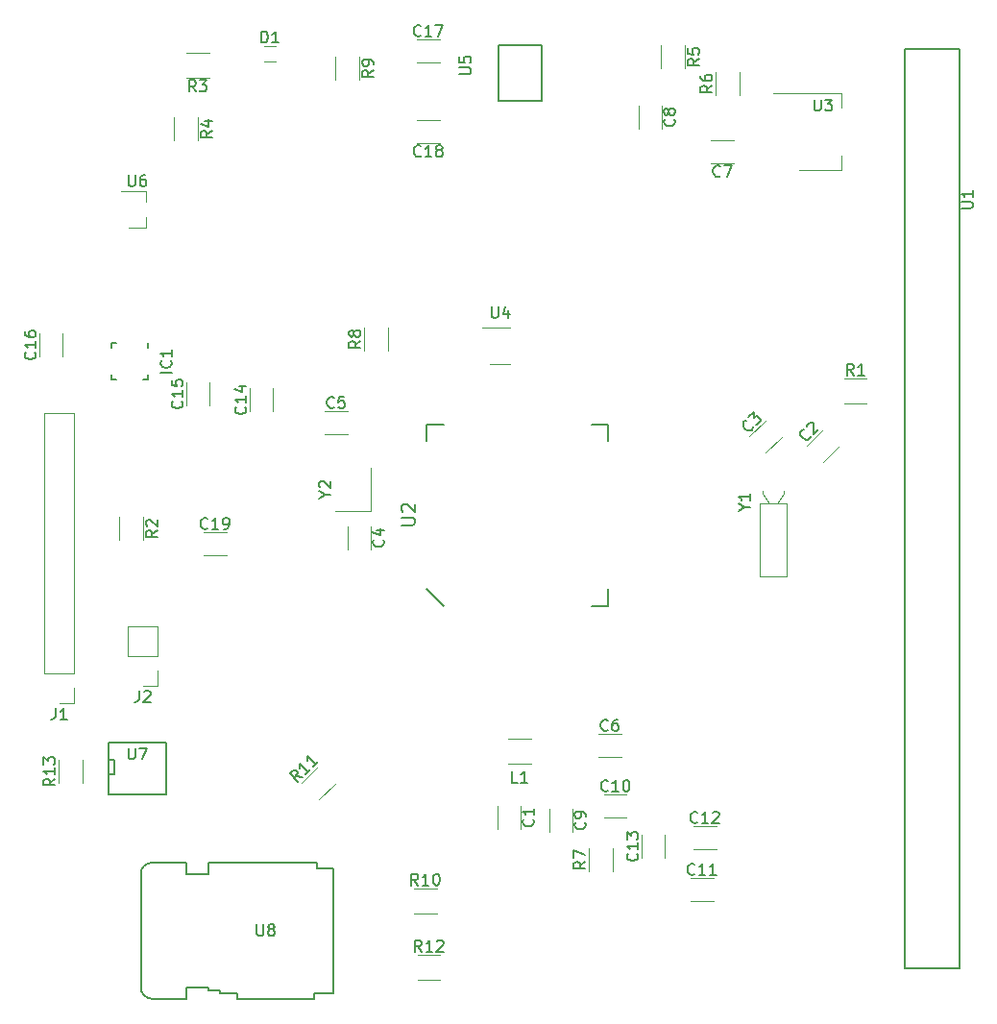
<source format=gto>
G04 #@! TF.GenerationSoftware,KiCad,Pcbnew,(5.1.2)-1*
G04 #@! TF.CreationDate,2019-05-10T01:18:28-03:00*
G04 #@! TF.ProjectId,pcb_v1,7063625f-7631-42e6-9b69-6361645f7063,rev?*
G04 #@! TF.SameCoordinates,Original*
G04 #@! TF.FileFunction,Legend,Top*
G04 #@! TF.FilePolarity,Positive*
%FSLAX46Y46*%
G04 Gerber Fmt 4.6, Leading zero omitted, Abs format (unit mm)*
G04 Created by KiCad (PCBNEW (5.1.2)-1) date 2019-05-10 01:18:28*
%MOMM*%
%LPD*%
G04 APERTURE LIST*
%ADD10C,0.120000*%
%ADD11C,0.150000*%
G04 APERTURE END LIST*
D10*
X81727711Y-118667497D02*
X80313497Y-120081711D01*
X78800289Y-118568503D02*
X80214503Y-117154289D01*
X119130000Y-94002000D02*
X119130000Y-100402000D01*
X119130000Y-100402000D02*
X121530000Y-100402000D01*
X121530000Y-100402000D02*
X121530000Y-94002000D01*
X121530000Y-94002000D02*
X119130000Y-94002000D01*
X119980000Y-94002000D02*
X119380000Y-93102000D01*
X119380000Y-93102000D02*
X119380000Y-92902000D01*
X120680000Y-94002000D02*
X121280000Y-93102000D01*
X121280000Y-93102000D02*
X121280000Y-92902000D01*
X107402000Y-119630000D02*
X105402000Y-119630000D01*
X105402000Y-121670000D02*
X107402000Y-121670000D01*
D11*
X91290000Y-102996000D02*
X89790000Y-101496000D01*
X89790000Y-88496000D02*
X89790000Y-86996000D01*
X89790000Y-86996000D02*
X91290000Y-86996000D01*
X105790000Y-101496000D02*
X105790000Y-102996000D01*
X105790000Y-102996000D02*
X104290000Y-102996000D01*
X105790000Y-88496000D02*
X105790000Y-86996000D01*
X105790000Y-86996000D02*
X104290000Y-86996000D01*
D10*
X62684000Y-97192000D02*
X62684000Y-95192000D01*
X64824000Y-95192000D02*
X64824000Y-97192000D01*
X68576000Y-83328000D02*
X68576000Y-85328000D01*
X70616000Y-85328000D02*
X70616000Y-83328000D01*
D11*
X96139000Y-53557000D02*
X96139000Y-58457000D01*
X96139000Y-53557000D02*
X99949000Y-53557000D01*
X99963000Y-53557000D02*
X99963000Y-58457000D01*
X99949000Y-58457000D02*
X96139000Y-58457000D01*
D10*
X128582000Y-85144000D02*
X126582000Y-85144000D01*
X126582000Y-83004000D02*
X128582000Y-83004000D01*
X98048000Y-122642000D02*
X98048000Y-120642000D01*
X96008000Y-120642000D02*
X96008000Y-122642000D01*
X124699858Y-87471644D02*
X123285644Y-88885858D01*
X124728142Y-90328356D02*
X126142356Y-88914142D01*
X84840000Y-98004000D02*
X84840000Y-96004000D01*
X82800000Y-96004000D02*
X82800000Y-98004000D01*
X82788000Y-85848000D02*
X80788000Y-85848000D01*
X80788000Y-87888000D02*
X82788000Y-87888000D01*
X106918000Y-114296000D02*
X104918000Y-114296000D01*
X104918000Y-116336000D02*
X106918000Y-116336000D01*
X114824000Y-64012000D02*
X116824000Y-64012000D01*
X116824000Y-61972000D02*
X114824000Y-61972000D01*
X110494000Y-60944000D02*
X110494000Y-58944000D01*
X108454000Y-58944000D02*
X108454000Y-60944000D01*
X102620000Y-122920000D02*
X102620000Y-120920000D01*
X100580000Y-120920000D02*
X100580000Y-122920000D01*
X115046000Y-126996000D02*
X113046000Y-126996000D01*
X113046000Y-129036000D02*
X115046000Y-129036000D01*
X115300000Y-122424000D02*
X113300000Y-122424000D01*
X113300000Y-124464000D02*
X115300000Y-124464000D01*
X108708000Y-123206000D02*
X108708000Y-125206000D01*
X110748000Y-125206000D02*
X110748000Y-123206000D01*
X96970000Y-114754000D02*
X98970000Y-114754000D01*
X98970000Y-116894000D02*
X96970000Y-116894000D01*
X110436000Y-55610000D02*
X110436000Y-53610000D01*
X112576000Y-53610000D02*
X112576000Y-55610000D01*
X117402000Y-55970000D02*
X117402000Y-57970000D01*
X115262000Y-57970000D02*
X115262000Y-55970000D01*
X106226000Y-124402000D02*
X106226000Y-126402000D01*
X104086000Y-126402000D02*
X104086000Y-124402000D01*
X126370000Y-64624000D02*
X126370000Y-63364000D01*
X126370000Y-57804000D02*
X126370000Y-59064000D01*
X122610000Y-64624000D02*
X126370000Y-64624000D01*
X120360000Y-57804000D02*
X126370000Y-57804000D01*
D11*
X131965700Y-134946360D02*
X136715700Y-134946360D01*
X136715700Y-134946360D02*
X136715700Y-53946360D01*
X136715700Y-53946360D02*
X131965700Y-53946360D01*
X131965700Y-53946360D02*
X131965700Y-134946360D01*
D10*
X74164000Y-83836000D02*
X74164000Y-85836000D01*
X76204000Y-85836000D02*
X76204000Y-83836000D01*
X55622000Y-79010000D02*
X55622000Y-81010000D01*
X57662000Y-81010000D02*
X57662000Y-79010000D01*
X90916000Y-53082000D02*
X88916000Y-53082000D01*
X88916000Y-55122000D02*
X90916000Y-55122000D01*
X88916000Y-62234000D02*
X90916000Y-62234000D01*
X90916000Y-60194000D02*
X88916000Y-60194000D01*
X86414000Y-78502000D02*
X86414000Y-80502000D01*
X84274000Y-80502000D02*
X84274000Y-78502000D01*
X81734000Y-56626000D02*
X81734000Y-54626000D01*
X83874000Y-54626000D02*
X83874000Y-56626000D01*
X95366000Y-81686000D02*
X97166000Y-81686000D01*
X97166000Y-78466000D02*
X94716000Y-78466000D01*
X72120000Y-96516000D02*
X70120000Y-96516000D01*
X70120000Y-98556000D02*
X72120000Y-98556000D01*
X76458000Y-55036000D02*
X75458000Y-55036000D01*
X75458000Y-53676000D02*
X76458000Y-53676000D01*
X58734000Y-86046000D02*
X56074000Y-86046000D01*
X58734000Y-108966000D02*
X58734000Y-86046000D01*
X56074000Y-108966000D02*
X56074000Y-86046000D01*
X58734000Y-108966000D02*
X56074000Y-108966000D01*
X58734000Y-110236000D02*
X58734000Y-111566000D01*
X58734000Y-111566000D02*
X57404000Y-111566000D01*
X66100000Y-104842000D02*
X63440000Y-104842000D01*
X66100000Y-107442000D02*
X66100000Y-104842000D01*
X63440000Y-107442000D02*
X63440000Y-104842000D01*
X66100000Y-107442000D02*
X63440000Y-107442000D01*
X66100000Y-108712000D02*
X66100000Y-110042000D01*
X66100000Y-110042000D02*
X64770000Y-110042000D01*
X68596000Y-54302000D02*
X70596000Y-54302000D01*
X70596000Y-56442000D02*
X68596000Y-56442000D01*
X67510000Y-61960000D02*
X67510000Y-59960000D01*
X69650000Y-59960000D02*
X69650000Y-61960000D01*
X90662000Y-130102000D02*
X88662000Y-130102000D01*
X88662000Y-127962000D02*
X90662000Y-127962000D01*
X90990000Y-135944000D02*
X88990000Y-135944000D01*
X88990000Y-133804000D02*
X90990000Y-133804000D01*
X59490000Y-116602000D02*
X59490000Y-118602000D01*
X57350000Y-118602000D02*
X57350000Y-116602000D01*
X65022000Y-69652000D02*
X65022000Y-68722000D01*
X65022000Y-66492000D02*
X65022000Y-67422000D01*
X65022000Y-66492000D02*
X62862000Y-66492000D01*
X65022000Y-69652000D02*
X63562000Y-69652000D01*
D11*
X61722000Y-115062000D02*
X66802000Y-115062000D01*
X66802000Y-115062000D02*
X66802000Y-119634000D01*
X66802000Y-119634000D02*
X61722000Y-119634000D01*
X61722000Y-119634000D02*
X61722000Y-115062000D01*
X61722000Y-116586000D02*
X62230000Y-116586000D01*
X62230000Y-116586000D02*
X62230000Y-117856000D01*
X62230000Y-117856000D02*
X61722000Y-117856000D01*
D10*
X81737000Y-94610000D02*
X84887000Y-94610000D01*
X84887000Y-94610000D02*
X84887000Y-90810000D01*
D11*
X68580000Y-137636000D02*
X65580000Y-137636000D01*
X79830000Y-137636000D02*
X73080000Y-137636000D01*
X81580000Y-126136000D02*
X81580000Y-137136000D01*
X70580000Y-125636000D02*
X80080000Y-125636000D01*
X65580000Y-125636000D02*
X68580000Y-125636000D01*
X80080000Y-125636000D02*
X80080000Y-126136000D01*
X80080000Y-126136000D02*
X81580000Y-126136000D01*
X79830000Y-137636000D02*
X79830000Y-137136000D01*
X79830000Y-137136000D02*
X81580000Y-137136000D01*
X68580000Y-137636000D02*
X68580000Y-136636000D01*
X68580000Y-136636000D02*
X70580000Y-136636000D01*
X70580000Y-136636000D02*
X70580000Y-136886000D01*
X70580000Y-136886000D02*
X71580000Y-136886000D01*
X71580000Y-136886000D02*
X71580000Y-137136000D01*
X71580000Y-137136000D02*
X73080000Y-137136000D01*
X73080000Y-137136000D02*
X73080000Y-137636000D01*
X68580000Y-125636000D02*
X68580000Y-126636000D01*
X68580000Y-126636000D02*
X70580000Y-126636000D01*
X70580000Y-126636000D02*
X70580000Y-125636000D01*
X64580000Y-126636000D02*
X64580000Y-136636000D01*
X64580000Y-136636000D02*
G75*
G03X65580000Y-137636000I1000000J0D01*
G01*
X65580000Y-125636000D02*
G75*
G03X64580000Y-126636000I0J-1000000D01*
G01*
X65208000Y-79861000D02*
X65208000Y-80261000D01*
X65208000Y-83061000D02*
X65208000Y-82661000D01*
X65208000Y-83061000D02*
X64808000Y-83061000D01*
X62008000Y-83061000D02*
X62008000Y-82661000D01*
X62008000Y-83061000D02*
X62408000Y-83061000D01*
X62008000Y-79861000D02*
X62008000Y-80261000D01*
X62008000Y-79861000D02*
X62408000Y-79861000D01*
D10*
X119692802Y-89521696D02*
X121107016Y-88107482D01*
X119664518Y-86664984D02*
X118250304Y-88079198D01*
D11*
X78821164Y-118084302D02*
X78248745Y-117983287D01*
X78417103Y-118488363D02*
X77709997Y-117781256D01*
X77979371Y-117511882D01*
X78080386Y-117478210D01*
X78147729Y-117478210D01*
X78248745Y-117511882D01*
X78349760Y-117612897D01*
X78383432Y-117713913D01*
X78383432Y-117781256D01*
X78349760Y-117882271D01*
X78080386Y-118151645D01*
X79494600Y-117410867D02*
X79090539Y-117814928D01*
X79292569Y-117612897D02*
X78585462Y-116905790D01*
X78619134Y-117074149D01*
X78619134Y-117208836D01*
X78585462Y-117309852D01*
X80168035Y-116737432D02*
X79763974Y-117141493D01*
X79966004Y-116939462D02*
X79258897Y-116232355D01*
X79292569Y-116400714D01*
X79292569Y-116535401D01*
X79258897Y-116636416D01*
X117786190Y-94303190D02*
X118262380Y-94303190D01*
X117262380Y-94636523D02*
X117786190Y-94303190D01*
X117262380Y-93969857D01*
X118262380Y-93112714D02*
X118262380Y-93684142D01*
X118262380Y-93398428D02*
X117262380Y-93398428D01*
X117405238Y-93493666D01*
X117500476Y-93588904D01*
X117548095Y-93684142D01*
X105759142Y-119257142D02*
X105711523Y-119304761D01*
X105568666Y-119352380D01*
X105473428Y-119352380D01*
X105330571Y-119304761D01*
X105235333Y-119209523D01*
X105187714Y-119114285D01*
X105140095Y-118923809D01*
X105140095Y-118780952D01*
X105187714Y-118590476D01*
X105235333Y-118495238D01*
X105330571Y-118400000D01*
X105473428Y-118352380D01*
X105568666Y-118352380D01*
X105711523Y-118400000D01*
X105759142Y-118447619D01*
X106711523Y-119352380D02*
X106140095Y-119352380D01*
X106425809Y-119352380D02*
X106425809Y-118352380D01*
X106330571Y-118495238D01*
X106235333Y-118590476D01*
X106140095Y-118638095D01*
X107330571Y-118352380D02*
X107425809Y-118352380D01*
X107521047Y-118400000D01*
X107568666Y-118447619D01*
X107616285Y-118542857D01*
X107663904Y-118733333D01*
X107663904Y-118971428D01*
X107616285Y-119161904D01*
X107568666Y-119257142D01*
X107521047Y-119304761D01*
X107425809Y-119352380D01*
X107330571Y-119352380D01*
X107235333Y-119304761D01*
X107187714Y-119257142D01*
X107140095Y-119161904D01*
X107092476Y-118971428D01*
X107092476Y-118733333D01*
X107140095Y-118542857D01*
X107187714Y-118447619D01*
X107235333Y-118400000D01*
X107330571Y-118352380D01*
X87557857Y-95910285D02*
X88529285Y-95910285D01*
X88643571Y-95853142D01*
X88700714Y-95796000D01*
X88757857Y-95681714D01*
X88757857Y-95453142D01*
X88700714Y-95338857D01*
X88643571Y-95281714D01*
X88529285Y-95224571D01*
X87557857Y-95224571D01*
X87672142Y-94710285D02*
X87615000Y-94653142D01*
X87557857Y-94538857D01*
X87557857Y-94253142D01*
X87615000Y-94138857D01*
X87672142Y-94081714D01*
X87786428Y-94024571D01*
X87900714Y-94024571D01*
X88072142Y-94081714D01*
X88757857Y-94767428D01*
X88757857Y-94024571D01*
X66056380Y-96358666D02*
X65580190Y-96692000D01*
X66056380Y-96930095D02*
X65056380Y-96930095D01*
X65056380Y-96549142D01*
X65104000Y-96453904D01*
X65151619Y-96406285D01*
X65246857Y-96358666D01*
X65389714Y-96358666D01*
X65484952Y-96406285D01*
X65532571Y-96453904D01*
X65580190Y-96549142D01*
X65580190Y-96930095D01*
X65151619Y-95977714D02*
X65104000Y-95930095D01*
X65056380Y-95834857D01*
X65056380Y-95596761D01*
X65104000Y-95501523D01*
X65151619Y-95453904D01*
X65246857Y-95406285D01*
X65342095Y-95406285D01*
X65484952Y-95453904D01*
X66056380Y-96025333D01*
X66056380Y-95406285D01*
X68203142Y-84970857D02*
X68250761Y-85018476D01*
X68298380Y-85161333D01*
X68298380Y-85256571D01*
X68250761Y-85399428D01*
X68155523Y-85494666D01*
X68060285Y-85542285D01*
X67869809Y-85589904D01*
X67726952Y-85589904D01*
X67536476Y-85542285D01*
X67441238Y-85494666D01*
X67346000Y-85399428D01*
X67298380Y-85256571D01*
X67298380Y-85161333D01*
X67346000Y-85018476D01*
X67393619Y-84970857D01*
X68298380Y-84018476D02*
X68298380Y-84589904D01*
X68298380Y-84304190D02*
X67298380Y-84304190D01*
X67441238Y-84399428D01*
X67536476Y-84494666D01*
X67584095Y-84589904D01*
X67298380Y-83113714D02*
X67298380Y-83589904D01*
X67774571Y-83637523D01*
X67726952Y-83589904D01*
X67679333Y-83494666D01*
X67679333Y-83256571D01*
X67726952Y-83161333D01*
X67774571Y-83113714D01*
X67869809Y-83066095D01*
X68107904Y-83066095D01*
X68203142Y-83113714D01*
X68250761Y-83161333D01*
X68298380Y-83256571D01*
X68298380Y-83494666D01*
X68250761Y-83589904D01*
X68203142Y-83637523D01*
X92670380Y-56133904D02*
X93479904Y-56133904D01*
X93575142Y-56086285D01*
X93622761Y-56038666D01*
X93670380Y-55943428D01*
X93670380Y-55752952D01*
X93622761Y-55657714D01*
X93575142Y-55610095D01*
X93479904Y-55562476D01*
X92670380Y-55562476D01*
X92670380Y-54610095D02*
X92670380Y-55086285D01*
X93146571Y-55133904D01*
X93098952Y-55086285D01*
X93051333Y-54991047D01*
X93051333Y-54752952D01*
X93098952Y-54657714D01*
X93146571Y-54610095D01*
X93241809Y-54562476D01*
X93479904Y-54562476D01*
X93575142Y-54610095D01*
X93622761Y-54657714D01*
X93670380Y-54752952D01*
X93670380Y-54991047D01*
X93622761Y-55086285D01*
X93575142Y-55133904D01*
X127415333Y-82676380D02*
X127082000Y-82200190D01*
X126843904Y-82676380D02*
X126843904Y-81676380D01*
X127224857Y-81676380D01*
X127320095Y-81724000D01*
X127367714Y-81771619D01*
X127415333Y-81866857D01*
X127415333Y-82009714D01*
X127367714Y-82104952D01*
X127320095Y-82152571D01*
X127224857Y-82200190D01*
X126843904Y-82200190D01*
X128367714Y-82676380D02*
X127796285Y-82676380D01*
X128082000Y-82676380D02*
X128082000Y-81676380D01*
X127986761Y-81819238D01*
X127891523Y-81914476D01*
X127796285Y-81962095D01*
X99135142Y-121808666D02*
X99182761Y-121856285D01*
X99230380Y-121999142D01*
X99230380Y-122094380D01*
X99182761Y-122237238D01*
X99087523Y-122332476D01*
X98992285Y-122380095D01*
X98801809Y-122427714D01*
X98658952Y-122427714D01*
X98468476Y-122380095D01*
X98373238Y-122332476D01*
X98278000Y-122237238D01*
X98230380Y-122094380D01*
X98230380Y-121999142D01*
X98278000Y-121856285D01*
X98325619Y-121808666D01*
X99230380Y-120856285D02*
X99230380Y-121427714D01*
X99230380Y-121142000D02*
X98230380Y-121142000D01*
X98373238Y-121237238D01*
X98468476Y-121332476D01*
X98516095Y-121427714D01*
X123611250Y-88032952D02*
X123611250Y-88100295D01*
X123543906Y-88234982D01*
X123476563Y-88302326D01*
X123341875Y-88369669D01*
X123207188Y-88369669D01*
X123106173Y-88335998D01*
X122937814Y-88234982D01*
X122836799Y-88133967D01*
X122735784Y-87965608D01*
X122702112Y-87864593D01*
X122702112Y-87729906D01*
X122769456Y-87595219D01*
X122836799Y-87527875D01*
X122971486Y-87460532D01*
X123038830Y-87460532D01*
X123308204Y-87191158D02*
X123308204Y-87123814D01*
X123341875Y-87022799D01*
X123510234Y-86854440D01*
X123611250Y-86820769D01*
X123678593Y-86820769D01*
X123779608Y-86854440D01*
X123846952Y-86921784D01*
X123914295Y-87056471D01*
X123914295Y-87864593D01*
X124352028Y-87426860D01*
X85927142Y-97170666D02*
X85974761Y-97218285D01*
X86022380Y-97361142D01*
X86022380Y-97456380D01*
X85974761Y-97599238D01*
X85879523Y-97694476D01*
X85784285Y-97742095D01*
X85593809Y-97789714D01*
X85450952Y-97789714D01*
X85260476Y-97742095D01*
X85165238Y-97694476D01*
X85070000Y-97599238D01*
X85022380Y-97456380D01*
X85022380Y-97361142D01*
X85070000Y-97218285D01*
X85117619Y-97170666D01*
X85355714Y-96313523D02*
X86022380Y-96313523D01*
X84974761Y-96551619D02*
X85689047Y-96789714D01*
X85689047Y-96170666D01*
X81621333Y-85475142D02*
X81573714Y-85522761D01*
X81430857Y-85570380D01*
X81335619Y-85570380D01*
X81192761Y-85522761D01*
X81097523Y-85427523D01*
X81049904Y-85332285D01*
X81002285Y-85141809D01*
X81002285Y-84998952D01*
X81049904Y-84808476D01*
X81097523Y-84713238D01*
X81192761Y-84618000D01*
X81335619Y-84570380D01*
X81430857Y-84570380D01*
X81573714Y-84618000D01*
X81621333Y-84665619D01*
X82526095Y-84570380D02*
X82049904Y-84570380D01*
X82002285Y-85046571D01*
X82049904Y-84998952D01*
X82145142Y-84951333D01*
X82383238Y-84951333D01*
X82478476Y-84998952D01*
X82526095Y-85046571D01*
X82573714Y-85141809D01*
X82573714Y-85379904D01*
X82526095Y-85475142D01*
X82478476Y-85522761D01*
X82383238Y-85570380D01*
X82145142Y-85570380D01*
X82049904Y-85522761D01*
X82002285Y-85475142D01*
X105751333Y-113923142D02*
X105703714Y-113970761D01*
X105560857Y-114018380D01*
X105465619Y-114018380D01*
X105322761Y-113970761D01*
X105227523Y-113875523D01*
X105179904Y-113780285D01*
X105132285Y-113589809D01*
X105132285Y-113446952D01*
X105179904Y-113256476D01*
X105227523Y-113161238D01*
X105322761Y-113066000D01*
X105465619Y-113018380D01*
X105560857Y-113018380D01*
X105703714Y-113066000D01*
X105751333Y-113113619D01*
X106608476Y-113018380D02*
X106418000Y-113018380D01*
X106322761Y-113066000D01*
X106275142Y-113113619D01*
X106179904Y-113256476D01*
X106132285Y-113446952D01*
X106132285Y-113827904D01*
X106179904Y-113923142D01*
X106227523Y-113970761D01*
X106322761Y-114018380D01*
X106513238Y-114018380D01*
X106608476Y-113970761D01*
X106656095Y-113923142D01*
X106703714Y-113827904D01*
X106703714Y-113589809D01*
X106656095Y-113494571D01*
X106608476Y-113446952D01*
X106513238Y-113399333D01*
X106322761Y-113399333D01*
X106227523Y-113446952D01*
X106179904Y-113494571D01*
X106132285Y-113589809D01*
X115657333Y-65099142D02*
X115609714Y-65146761D01*
X115466857Y-65194380D01*
X115371619Y-65194380D01*
X115228761Y-65146761D01*
X115133523Y-65051523D01*
X115085904Y-64956285D01*
X115038285Y-64765809D01*
X115038285Y-64622952D01*
X115085904Y-64432476D01*
X115133523Y-64337238D01*
X115228761Y-64242000D01*
X115371619Y-64194380D01*
X115466857Y-64194380D01*
X115609714Y-64242000D01*
X115657333Y-64289619D01*
X115990666Y-64194380D02*
X116657333Y-64194380D01*
X116228761Y-65194380D01*
X111581142Y-60110666D02*
X111628761Y-60158285D01*
X111676380Y-60301142D01*
X111676380Y-60396380D01*
X111628761Y-60539238D01*
X111533523Y-60634476D01*
X111438285Y-60682095D01*
X111247809Y-60729714D01*
X111104952Y-60729714D01*
X110914476Y-60682095D01*
X110819238Y-60634476D01*
X110724000Y-60539238D01*
X110676380Y-60396380D01*
X110676380Y-60301142D01*
X110724000Y-60158285D01*
X110771619Y-60110666D01*
X111104952Y-59539238D02*
X111057333Y-59634476D01*
X111009714Y-59682095D01*
X110914476Y-59729714D01*
X110866857Y-59729714D01*
X110771619Y-59682095D01*
X110724000Y-59634476D01*
X110676380Y-59539238D01*
X110676380Y-59348761D01*
X110724000Y-59253523D01*
X110771619Y-59205904D01*
X110866857Y-59158285D01*
X110914476Y-59158285D01*
X111009714Y-59205904D01*
X111057333Y-59253523D01*
X111104952Y-59348761D01*
X111104952Y-59539238D01*
X111152571Y-59634476D01*
X111200190Y-59682095D01*
X111295428Y-59729714D01*
X111485904Y-59729714D01*
X111581142Y-59682095D01*
X111628761Y-59634476D01*
X111676380Y-59539238D01*
X111676380Y-59348761D01*
X111628761Y-59253523D01*
X111581142Y-59205904D01*
X111485904Y-59158285D01*
X111295428Y-59158285D01*
X111200190Y-59205904D01*
X111152571Y-59253523D01*
X111104952Y-59348761D01*
X103707142Y-122086666D02*
X103754761Y-122134285D01*
X103802380Y-122277142D01*
X103802380Y-122372380D01*
X103754761Y-122515238D01*
X103659523Y-122610476D01*
X103564285Y-122658095D01*
X103373809Y-122705714D01*
X103230952Y-122705714D01*
X103040476Y-122658095D01*
X102945238Y-122610476D01*
X102850000Y-122515238D01*
X102802380Y-122372380D01*
X102802380Y-122277142D01*
X102850000Y-122134285D01*
X102897619Y-122086666D01*
X103802380Y-121610476D02*
X103802380Y-121420000D01*
X103754761Y-121324761D01*
X103707142Y-121277142D01*
X103564285Y-121181904D01*
X103373809Y-121134285D01*
X102992857Y-121134285D01*
X102897619Y-121181904D01*
X102850000Y-121229523D01*
X102802380Y-121324761D01*
X102802380Y-121515238D01*
X102850000Y-121610476D01*
X102897619Y-121658095D01*
X102992857Y-121705714D01*
X103230952Y-121705714D01*
X103326190Y-121658095D01*
X103373809Y-121610476D01*
X103421428Y-121515238D01*
X103421428Y-121324761D01*
X103373809Y-121229523D01*
X103326190Y-121181904D01*
X103230952Y-121134285D01*
X113403142Y-126623142D02*
X113355523Y-126670761D01*
X113212666Y-126718380D01*
X113117428Y-126718380D01*
X112974571Y-126670761D01*
X112879333Y-126575523D01*
X112831714Y-126480285D01*
X112784095Y-126289809D01*
X112784095Y-126146952D01*
X112831714Y-125956476D01*
X112879333Y-125861238D01*
X112974571Y-125766000D01*
X113117428Y-125718380D01*
X113212666Y-125718380D01*
X113355523Y-125766000D01*
X113403142Y-125813619D01*
X114355523Y-126718380D02*
X113784095Y-126718380D01*
X114069809Y-126718380D02*
X114069809Y-125718380D01*
X113974571Y-125861238D01*
X113879333Y-125956476D01*
X113784095Y-126004095D01*
X115307904Y-126718380D02*
X114736476Y-126718380D01*
X115022190Y-126718380D02*
X115022190Y-125718380D01*
X114926952Y-125861238D01*
X114831714Y-125956476D01*
X114736476Y-126004095D01*
X113657142Y-122051142D02*
X113609523Y-122098761D01*
X113466666Y-122146380D01*
X113371428Y-122146380D01*
X113228571Y-122098761D01*
X113133333Y-122003523D01*
X113085714Y-121908285D01*
X113038095Y-121717809D01*
X113038095Y-121574952D01*
X113085714Y-121384476D01*
X113133333Y-121289238D01*
X113228571Y-121194000D01*
X113371428Y-121146380D01*
X113466666Y-121146380D01*
X113609523Y-121194000D01*
X113657142Y-121241619D01*
X114609523Y-122146380D02*
X114038095Y-122146380D01*
X114323809Y-122146380D02*
X114323809Y-121146380D01*
X114228571Y-121289238D01*
X114133333Y-121384476D01*
X114038095Y-121432095D01*
X114990476Y-121241619D02*
X115038095Y-121194000D01*
X115133333Y-121146380D01*
X115371428Y-121146380D01*
X115466666Y-121194000D01*
X115514285Y-121241619D01*
X115561904Y-121336857D01*
X115561904Y-121432095D01*
X115514285Y-121574952D01*
X114942857Y-122146380D01*
X115561904Y-122146380D01*
X108335142Y-124848857D02*
X108382761Y-124896476D01*
X108430380Y-125039333D01*
X108430380Y-125134571D01*
X108382761Y-125277428D01*
X108287523Y-125372666D01*
X108192285Y-125420285D01*
X108001809Y-125467904D01*
X107858952Y-125467904D01*
X107668476Y-125420285D01*
X107573238Y-125372666D01*
X107478000Y-125277428D01*
X107430380Y-125134571D01*
X107430380Y-125039333D01*
X107478000Y-124896476D01*
X107525619Y-124848857D01*
X108430380Y-123896476D02*
X108430380Y-124467904D01*
X108430380Y-124182190D02*
X107430380Y-124182190D01*
X107573238Y-124277428D01*
X107668476Y-124372666D01*
X107716095Y-124467904D01*
X107430380Y-123563142D02*
X107430380Y-122944095D01*
X107811333Y-123277428D01*
X107811333Y-123134571D01*
X107858952Y-123039333D01*
X107906571Y-122991714D01*
X108001809Y-122944095D01*
X108239904Y-122944095D01*
X108335142Y-122991714D01*
X108382761Y-123039333D01*
X108430380Y-123134571D01*
X108430380Y-123420285D01*
X108382761Y-123515523D01*
X108335142Y-123563142D01*
X97803333Y-118576380D02*
X97327142Y-118576380D01*
X97327142Y-117576380D01*
X98660476Y-118576380D02*
X98089047Y-118576380D01*
X98374761Y-118576380D02*
X98374761Y-117576380D01*
X98279523Y-117719238D01*
X98184285Y-117814476D01*
X98089047Y-117862095D01*
X113808380Y-54776666D02*
X113332190Y-55110000D01*
X113808380Y-55348095D02*
X112808380Y-55348095D01*
X112808380Y-54967142D01*
X112856000Y-54871904D01*
X112903619Y-54824285D01*
X112998857Y-54776666D01*
X113141714Y-54776666D01*
X113236952Y-54824285D01*
X113284571Y-54871904D01*
X113332190Y-54967142D01*
X113332190Y-55348095D01*
X112808380Y-53871904D02*
X112808380Y-54348095D01*
X113284571Y-54395714D01*
X113236952Y-54348095D01*
X113189333Y-54252857D01*
X113189333Y-54014761D01*
X113236952Y-53919523D01*
X113284571Y-53871904D01*
X113379809Y-53824285D01*
X113617904Y-53824285D01*
X113713142Y-53871904D01*
X113760761Y-53919523D01*
X113808380Y-54014761D01*
X113808380Y-54252857D01*
X113760761Y-54348095D01*
X113713142Y-54395714D01*
X114934380Y-57136666D02*
X114458190Y-57470000D01*
X114934380Y-57708095D02*
X113934380Y-57708095D01*
X113934380Y-57327142D01*
X113982000Y-57231904D01*
X114029619Y-57184285D01*
X114124857Y-57136666D01*
X114267714Y-57136666D01*
X114362952Y-57184285D01*
X114410571Y-57231904D01*
X114458190Y-57327142D01*
X114458190Y-57708095D01*
X113934380Y-56279523D02*
X113934380Y-56470000D01*
X113982000Y-56565238D01*
X114029619Y-56612857D01*
X114172476Y-56708095D01*
X114362952Y-56755714D01*
X114743904Y-56755714D01*
X114839142Y-56708095D01*
X114886761Y-56660476D01*
X114934380Y-56565238D01*
X114934380Y-56374761D01*
X114886761Y-56279523D01*
X114839142Y-56231904D01*
X114743904Y-56184285D01*
X114505809Y-56184285D01*
X114410571Y-56231904D01*
X114362952Y-56279523D01*
X114315333Y-56374761D01*
X114315333Y-56565238D01*
X114362952Y-56660476D01*
X114410571Y-56708095D01*
X114505809Y-56755714D01*
X103758380Y-125568666D02*
X103282190Y-125902000D01*
X103758380Y-126140095D02*
X102758380Y-126140095D01*
X102758380Y-125759142D01*
X102806000Y-125663904D01*
X102853619Y-125616285D01*
X102948857Y-125568666D01*
X103091714Y-125568666D01*
X103186952Y-125616285D01*
X103234571Y-125663904D01*
X103282190Y-125759142D01*
X103282190Y-126140095D01*
X102758380Y-125235333D02*
X102758380Y-124568666D01*
X103758380Y-124997238D01*
X123952095Y-58380380D02*
X123952095Y-59189904D01*
X123999714Y-59285142D01*
X124047333Y-59332761D01*
X124142571Y-59380380D01*
X124333047Y-59380380D01*
X124428285Y-59332761D01*
X124475904Y-59285142D01*
X124523523Y-59189904D01*
X124523523Y-58380380D01*
X124904476Y-58380380D02*
X125523523Y-58380380D01*
X125190190Y-58761333D01*
X125333047Y-58761333D01*
X125428285Y-58808952D01*
X125475904Y-58856571D01*
X125523523Y-58951809D01*
X125523523Y-59189904D01*
X125475904Y-59285142D01*
X125428285Y-59332761D01*
X125333047Y-59380380D01*
X125047333Y-59380380D01*
X124952095Y-59332761D01*
X124904476Y-59285142D01*
X136918080Y-67958264D02*
X137727604Y-67958264D01*
X137822842Y-67910645D01*
X137870461Y-67863026D01*
X137918080Y-67767788D01*
X137918080Y-67577312D01*
X137870461Y-67482074D01*
X137822842Y-67434455D01*
X137727604Y-67386836D01*
X136918080Y-67386836D01*
X137918080Y-66386836D02*
X137918080Y-66958264D01*
X137918080Y-66672550D02*
X136918080Y-66672550D01*
X137060938Y-66767788D01*
X137156176Y-66863026D01*
X137203795Y-66958264D01*
X73791142Y-85478857D02*
X73838761Y-85526476D01*
X73886380Y-85669333D01*
X73886380Y-85764571D01*
X73838761Y-85907428D01*
X73743523Y-86002666D01*
X73648285Y-86050285D01*
X73457809Y-86097904D01*
X73314952Y-86097904D01*
X73124476Y-86050285D01*
X73029238Y-86002666D01*
X72934000Y-85907428D01*
X72886380Y-85764571D01*
X72886380Y-85669333D01*
X72934000Y-85526476D01*
X72981619Y-85478857D01*
X73886380Y-84526476D02*
X73886380Y-85097904D01*
X73886380Y-84812190D02*
X72886380Y-84812190D01*
X73029238Y-84907428D01*
X73124476Y-85002666D01*
X73172095Y-85097904D01*
X73219714Y-83669333D02*
X73886380Y-83669333D01*
X72838761Y-83907428D02*
X73553047Y-84145523D01*
X73553047Y-83526476D01*
X55249142Y-80652857D02*
X55296761Y-80700476D01*
X55344380Y-80843333D01*
X55344380Y-80938571D01*
X55296761Y-81081428D01*
X55201523Y-81176666D01*
X55106285Y-81224285D01*
X54915809Y-81271904D01*
X54772952Y-81271904D01*
X54582476Y-81224285D01*
X54487238Y-81176666D01*
X54392000Y-81081428D01*
X54344380Y-80938571D01*
X54344380Y-80843333D01*
X54392000Y-80700476D01*
X54439619Y-80652857D01*
X55344380Y-79700476D02*
X55344380Y-80271904D01*
X55344380Y-79986190D02*
X54344380Y-79986190D01*
X54487238Y-80081428D01*
X54582476Y-80176666D01*
X54630095Y-80271904D01*
X54344380Y-78843333D02*
X54344380Y-79033809D01*
X54392000Y-79129047D01*
X54439619Y-79176666D01*
X54582476Y-79271904D01*
X54772952Y-79319523D01*
X55153904Y-79319523D01*
X55249142Y-79271904D01*
X55296761Y-79224285D01*
X55344380Y-79129047D01*
X55344380Y-78938571D01*
X55296761Y-78843333D01*
X55249142Y-78795714D01*
X55153904Y-78748095D01*
X54915809Y-78748095D01*
X54820571Y-78795714D01*
X54772952Y-78843333D01*
X54725333Y-78938571D01*
X54725333Y-79129047D01*
X54772952Y-79224285D01*
X54820571Y-79271904D01*
X54915809Y-79319523D01*
X89273142Y-52709142D02*
X89225523Y-52756761D01*
X89082666Y-52804380D01*
X88987428Y-52804380D01*
X88844571Y-52756761D01*
X88749333Y-52661523D01*
X88701714Y-52566285D01*
X88654095Y-52375809D01*
X88654095Y-52232952D01*
X88701714Y-52042476D01*
X88749333Y-51947238D01*
X88844571Y-51852000D01*
X88987428Y-51804380D01*
X89082666Y-51804380D01*
X89225523Y-51852000D01*
X89273142Y-51899619D01*
X90225523Y-52804380D02*
X89654095Y-52804380D01*
X89939809Y-52804380D02*
X89939809Y-51804380D01*
X89844571Y-51947238D01*
X89749333Y-52042476D01*
X89654095Y-52090095D01*
X90558857Y-51804380D02*
X91225523Y-51804380D01*
X90796952Y-52804380D01*
X89273142Y-63321142D02*
X89225523Y-63368761D01*
X89082666Y-63416380D01*
X88987428Y-63416380D01*
X88844571Y-63368761D01*
X88749333Y-63273523D01*
X88701714Y-63178285D01*
X88654095Y-62987809D01*
X88654095Y-62844952D01*
X88701714Y-62654476D01*
X88749333Y-62559238D01*
X88844571Y-62464000D01*
X88987428Y-62416380D01*
X89082666Y-62416380D01*
X89225523Y-62464000D01*
X89273142Y-62511619D01*
X90225523Y-63416380D02*
X89654095Y-63416380D01*
X89939809Y-63416380D02*
X89939809Y-62416380D01*
X89844571Y-62559238D01*
X89749333Y-62654476D01*
X89654095Y-62702095D01*
X90796952Y-62844952D02*
X90701714Y-62797333D01*
X90654095Y-62749714D01*
X90606476Y-62654476D01*
X90606476Y-62606857D01*
X90654095Y-62511619D01*
X90701714Y-62464000D01*
X90796952Y-62416380D01*
X90987428Y-62416380D01*
X91082666Y-62464000D01*
X91130285Y-62511619D01*
X91177904Y-62606857D01*
X91177904Y-62654476D01*
X91130285Y-62749714D01*
X91082666Y-62797333D01*
X90987428Y-62844952D01*
X90796952Y-62844952D01*
X90701714Y-62892571D01*
X90654095Y-62940190D01*
X90606476Y-63035428D01*
X90606476Y-63225904D01*
X90654095Y-63321142D01*
X90701714Y-63368761D01*
X90796952Y-63416380D01*
X90987428Y-63416380D01*
X91082666Y-63368761D01*
X91130285Y-63321142D01*
X91177904Y-63225904D01*
X91177904Y-63035428D01*
X91130285Y-62940190D01*
X91082666Y-62892571D01*
X90987428Y-62844952D01*
X83946380Y-79668666D02*
X83470190Y-80002000D01*
X83946380Y-80240095D02*
X82946380Y-80240095D01*
X82946380Y-79859142D01*
X82994000Y-79763904D01*
X83041619Y-79716285D01*
X83136857Y-79668666D01*
X83279714Y-79668666D01*
X83374952Y-79716285D01*
X83422571Y-79763904D01*
X83470190Y-79859142D01*
X83470190Y-80240095D01*
X83374952Y-79097238D02*
X83327333Y-79192476D01*
X83279714Y-79240095D01*
X83184476Y-79287714D01*
X83136857Y-79287714D01*
X83041619Y-79240095D01*
X82994000Y-79192476D01*
X82946380Y-79097238D01*
X82946380Y-78906761D01*
X82994000Y-78811523D01*
X83041619Y-78763904D01*
X83136857Y-78716285D01*
X83184476Y-78716285D01*
X83279714Y-78763904D01*
X83327333Y-78811523D01*
X83374952Y-78906761D01*
X83374952Y-79097238D01*
X83422571Y-79192476D01*
X83470190Y-79240095D01*
X83565428Y-79287714D01*
X83755904Y-79287714D01*
X83851142Y-79240095D01*
X83898761Y-79192476D01*
X83946380Y-79097238D01*
X83946380Y-78906761D01*
X83898761Y-78811523D01*
X83851142Y-78763904D01*
X83755904Y-78716285D01*
X83565428Y-78716285D01*
X83470190Y-78763904D01*
X83422571Y-78811523D01*
X83374952Y-78906761D01*
X85106380Y-55792666D02*
X84630190Y-56126000D01*
X85106380Y-56364095D02*
X84106380Y-56364095D01*
X84106380Y-55983142D01*
X84154000Y-55887904D01*
X84201619Y-55840285D01*
X84296857Y-55792666D01*
X84439714Y-55792666D01*
X84534952Y-55840285D01*
X84582571Y-55887904D01*
X84630190Y-55983142D01*
X84630190Y-56364095D01*
X85106380Y-55316476D02*
X85106380Y-55126000D01*
X85058761Y-55030761D01*
X85011142Y-54983142D01*
X84868285Y-54887904D01*
X84677809Y-54840285D01*
X84296857Y-54840285D01*
X84201619Y-54887904D01*
X84154000Y-54935523D01*
X84106380Y-55030761D01*
X84106380Y-55221238D01*
X84154000Y-55316476D01*
X84201619Y-55364095D01*
X84296857Y-55411714D01*
X84534952Y-55411714D01*
X84630190Y-55364095D01*
X84677809Y-55316476D01*
X84725428Y-55221238D01*
X84725428Y-55030761D01*
X84677809Y-54935523D01*
X84630190Y-54887904D01*
X84534952Y-54840285D01*
X95504095Y-76628380D02*
X95504095Y-77437904D01*
X95551714Y-77533142D01*
X95599333Y-77580761D01*
X95694571Y-77628380D01*
X95885047Y-77628380D01*
X95980285Y-77580761D01*
X96027904Y-77533142D01*
X96075523Y-77437904D01*
X96075523Y-76628380D01*
X96980285Y-76961714D02*
X96980285Y-77628380D01*
X96742190Y-76580761D02*
X96504095Y-77295047D01*
X97123142Y-77295047D01*
X70477142Y-96143142D02*
X70429523Y-96190761D01*
X70286666Y-96238380D01*
X70191428Y-96238380D01*
X70048571Y-96190761D01*
X69953333Y-96095523D01*
X69905714Y-96000285D01*
X69858095Y-95809809D01*
X69858095Y-95666952D01*
X69905714Y-95476476D01*
X69953333Y-95381238D01*
X70048571Y-95286000D01*
X70191428Y-95238380D01*
X70286666Y-95238380D01*
X70429523Y-95286000D01*
X70477142Y-95333619D01*
X71429523Y-96238380D02*
X70858095Y-96238380D01*
X71143809Y-96238380D02*
X71143809Y-95238380D01*
X71048571Y-95381238D01*
X70953333Y-95476476D01*
X70858095Y-95524095D01*
X71905714Y-96238380D02*
X72096190Y-96238380D01*
X72191428Y-96190761D01*
X72239047Y-96143142D01*
X72334285Y-96000285D01*
X72381904Y-95809809D01*
X72381904Y-95428857D01*
X72334285Y-95333619D01*
X72286666Y-95286000D01*
X72191428Y-95238380D01*
X72000952Y-95238380D01*
X71905714Y-95286000D01*
X71858095Y-95333619D01*
X71810476Y-95428857D01*
X71810476Y-95666952D01*
X71858095Y-95762190D01*
X71905714Y-95809809D01*
X72000952Y-95857428D01*
X72191428Y-95857428D01*
X72286666Y-95809809D01*
X72334285Y-95762190D01*
X72381904Y-95666952D01*
X75219904Y-53358380D02*
X75219904Y-52358380D01*
X75458000Y-52358380D01*
X75600857Y-52406000D01*
X75696095Y-52501238D01*
X75743714Y-52596476D01*
X75791333Y-52786952D01*
X75791333Y-52929809D01*
X75743714Y-53120285D01*
X75696095Y-53215523D01*
X75600857Y-53310761D01*
X75458000Y-53358380D01*
X75219904Y-53358380D01*
X76743714Y-53358380D02*
X76172285Y-53358380D01*
X76458000Y-53358380D02*
X76458000Y-52358380D01*
X76362761Y-52501238D01*
X76267523Y-52596476D01*
X76172285Y-52644095D01*
X57070666Y-112018380D02*
X57070666Y-112732666D01*
X57023047Y-112875523D01*
X56927809Y-112970761D01*
X56784952Y-113018380D01*
X56689714Y-113018380D01*
X58070666Y-113018380D02*
X57499238Y-113018380D01*
X57784952Y-113018380D02*
X57784952Y-112018380D01*
X57689714Y-112161238D01*
X57594476Y-112256476D01*
X57499238Y-112304095D01*
X64436666Y-110494380D02*
X64436666Y-111208666D01*
X64389047Y-111351523D01*
X64293809Y-111446761D01*
X64150952Y-111494380D01*
X64055714Y-111494380D01*
X64865238Y-110589619D02*
X64912857Y-110542000D01*
X65008095Y-110494380D01*
X65246190Y-110494380D01*
X65341428Y-110542000D01*
X65389047Y-110589619D01*
X65436666Y-110684857D01*
X65436666Y-110780095D01*
X65389047Y-110922952D01*
X64817619Y-111494380D01*
X65436666Y-111494380D01*
X69429333Y-57674380D02*
X69096000Y-57198190D01*
X68857904Y-57674380D02*
X68857904Y-56674380D01*
X69238857Y-56674380D01*
X69334095Y-56722000D01*
X69381714Y-56769619D01*
X69429333Y-56864857D01*
X69429333Y-57007714D01*
X69381714Y-57102952D01*
X69334095Y-57150571D01*
X69238857Y-57198190D01*
X68857904Y-57198190D01*
X69762666Y-56674380D02*
X70381714Y-56674380D01*
X70048380Y-57055333D01*
X70191238Y-57055333D01*
X70286476Y-57102952D01*
X70334095Y-57150571D01*
X70381714Y-57245809D01*
X70381714Y-57483904D01*
X70334095Y-57579142D01*
X70286476Y-57626761D01*
X70191238Y-57674380D01*
X69905523Y-57674380D01*
X69810285Y-57626761D01*
X69762666Y-57579142D01*
X70882380Y-61126666D02*
X70406190Y-61460000D01*
X70882380Y-61698095D02*
X69882380Y-61698095D01*
X69882380Y-61317142D01*
X69930000Y-61221904D01*
X69977619Y-61174285D01*
X70072857Y-61126666D01*
X70215714Y-61126666D01*
X70310952Y-61174285D01*
X70358571Y-61221904D01*
X70406190Y-61317142D01*
X70406190Y-61698095D01*
X70215714Y-60269523D02*
X70882380Y-60269523D01*
X69834761Y-60507619D02*
X70549047Y-60745714D01*
X70549047Y-60126666D01*
X89019142Y-127634380D02*
X88685809Y-127158190D01*
X88447714Y-127634380D02*
X88447714Y-126634380D01*
X88828666Y-126634380D01*
X88923904Y-126682000D01*
X88971523Y-126729619D01*
X89019142Y-126824857D01*
X89019142Y-126967714D01*
X88971523Y-127062952D01*
X88923904Y-127110571D01*
X88828666Y-127158190D01*
X88447714Y-127158190D01*
X89971523Y-127634380D02*
X89400095Y-127634380D01*
X89685809Y-127634380D02*
X89685809Y-126634380D01*
X89590571Y-126777238D01*
X89495333Y-126872476D01*
X89400095Y-126920095D01*
X90590571Y-126634380D02*
X90685809Y-126634380D01*
X90781047Y-126682000D01*
X90828666Y-126729619D01*
X90876285Y-126824857D01*
X90923904Y-127015333D01*
X90923904Y-127253428D01*
X90876285Y-127443904D01*
X90828666Y-127539142D01*
X90781047Y-127586761D01*
X90685809Y-127634380D01*
X90590571Y-127634380D01*
X90495333Y-127586761D01*
X90447714Y-127539142D01*
X90400095Y-127443904D01*
X90352476Y-127253428D01*
X90352476Y-127015333D01*
X90400095Y-126824857D01*
X90447714Y-126729619D01*
X90495333Y-126682000D01*
X90590571Y-126634380D01*
X89347142Y-133476380D02*
X89013809Y-133000190D01*
X88775714Y-133476380D02*
X88775714Y-132476380D01*
X89156666Y-132476380D01*
X89251904Y-132524000D01*
X89299523Y-132571619D01*
X89347142Y-132666857D01*
X89347142Y-132809714D01*
X89299523Y-132904952D01*
X89251904Y-132952571D01*
X89156666Y-133000190D01*
X88775714Y-133000190D01*
X90299523Y-133476380D02*
X89728095Y-133476380D01*
X90013809Y-133476380D02*
X90013809Y-132476380D01*
X89918571Y-132619238D01*
X89823333Y-132714476D01*
X89728095Y-132762095D01*
X90680476Y-132571619D02*
X90728095Y-132524000D01*
X90823333Y-132476380D01*
X91061428Y-132476380D01*
X91156666Y-132524000D01*
X91204285Y-132571619D01*
X91251904Y-132666857D01*
X91251904Y-132762095D01*
X91204285Y-132904952D01*
X90632857Y-133476380D01*
X91251904Y-133476380D01*
X57022380Y-118244857D02*
X56546190Y-118578190D01*
X57022380Y-118816285D02*
X56022380Y-118816285D01*
X56022380Y-118435333D01*
X56070000Y-118340095D01*
X56117619Y-118292476D01*
X56212857Y-118244857D01*
X56355714Y-118244857D01*
X56450952Y-118292476D01*
X56498571Y-118340095D01*
X56546190Y-118435333D01*
X56546190Y-118816285D01*
X57022380Y-117292476D02*
X57022380Y-117863904D01*
X57022380Y-117578190D02*
X56022380Y-117578190D01*
X56165238Y-117673428D01*
X56260476Y-117768666D01*
X56308095Y-117863904D01*
X56022380Y-116959142D02*
X56022380Y-116340095D01*
X56403333Y-116673428D01*
X56403333Y-116530571D01*
X56450952Y-116435333D01*
X56498571Y-116387714D01*
X56593809Y-116340095D01*
X56831904Y-116340095D01*
X56927142Y-116387714D01*
X56974761Y-116435333D01*
X57022380Y-116530571D01*
X57022380Y-116816285D01*
X56974761Y-116911523D01*
X56927142Y-116959142D01*
X63500095Y-65024380D02*
X63500095Y-65833904D01*
X63547714Y-65929142D01*
X63595333Y-65976761D01*
X63690571Y-66024380D01*
X63881047Y-66024380D01*
X63976285Y-65976761D01*
X64023904Y-65929142D01*
X64071523Y-65833904D01*
X64071523Y-65024380D01*
X64976285Y-65024380D02*
X64785809Y-65024380D01*
X64690571Y-65072000D01*
X64642952Y-65119619D01*
X64547714Y-65262476D01*
X64500095Y-65452952D01*
X64500095Y-65833904D01*
X64547714Y-65929142D01*
X64595333Y-65976761D01*
X64690571Y-66024380D01*
X64881047Y-66024380D01*
X64976285Y-65976761D01*
X65023904Y-65929142D01*
X65071523Y-65833904D01*
X65071523Y-65595809D01*
X65023904Y-65500571D01*
X64976285Y-65452952D01*
X64881047Y-65405333D01*
X64690571Y-65405333D01*
X64595333Y-65452952D01*
X64547714Y-65500571D01*
X64500095Y-65595809D01*
X63500095Y-115530380D02*
X63500095Y-116339904D01*
X63547714Y-116435142D01*
X63595333Y-116482761D01*
X63690571Y-116530380D01*
X63881047Y-116530380D01*
X63976285Y-116482761D01*
X64023904Y-116435142D01*
X64071523Y-116339904D01*
X64071523Y-115530380D01*
X64452476Y-115530380D02*
X65119142Y-115530380D01*
X64690571Y-116530380D01*
X80838190Y-93186190D02*
X81314380Y-93186190D01*
X80314380Y-93519523D02*
X80838190Y-93186190D01*
X80314380Y-92852857D01*
X80409619Y-92567142D02*
X80362000Y-92519523D01*
X80314380Y-92424285D01*
X80314380Y-92186190D01*
X80362000Y-92090952D01*
X80409619Y-92043333D01*
X80504857Y-91995714D01*
X80600095Y-91995714D01*
X80742952Y-92043333D01*
X81314380Y-92614761D01*
X81314380Y-91995714D01*
X74818095Y-131088380D02*
X74818095Y-131897904D01*
X74865714Y-131993142D01*
X74913333Y-132040761D01*
X75008571Y-132088380D01*
X75199047Y-132088380D01*
X75294285Y-132040761D01*
X75341904Y-131993142D01*
X75389523Y-131897904D01*
X75389523Y-131088380D01*
X76008571Y-131516952D02*
X75913333Y-131469333D01*
X75865714Y-131421714D01*
X75818095Y-131326476D01*
X75818095Y-131278857D01*
X75865714Y-131183619D01*
X75913333Y-131136000D01*
X76008571Y-131088380D01*
X76199047Y-131088380D01*
X76294285Y-131136000D01*
X76341904Y-131183619D01*
X76389523Y-131278857D01*
X76389523Y-131326476D01*
X76341904Y-131421714D01*
X76294285Y-131469333D01*
X76199047Y-131516952D01*
X76008571Y-131516952D01*
X75913333Y-131564571D01*
X75865714Y-131612190D01*
X75818095Y-131707428D01*
X75818095Y-131897904D01*
X75865714Y-131993142D01*
X75913333Y-132040761D01*
X76008571Y-132088380D01*
X76199047Y-132088380D01*
X76294285Y-132040761D01*
X76341904Y-131993142D01*
X76389523Y-131897904D01*
X76389523Y-131707428D01*
X76341904Y-131612190D01*
X76294285Y-131564571D01*
X76199047Y-131516952D01*
X67310380Y-82437190D02*
X66310380Y-82437190D01*
X67215142Y-81389571D02*
X67262761Y-81437190D01*
X67310380Y-81580047D01*
X67310380Y-81675285D01*
X67262761Y-81818142D01*
X67167523Y-81913380D01*
X67072285Y-81961000D01*
X66881809Y-82008619D01*
X66738952Y-82008619D01*
X66548476Y-81961000D01*
X66453238Y-81913380D01*
X66358000Y-81818142D01*
X66310380Y-81675285D01*
X66310380Y-81580047D01*
X66358000Y-81437190D01*
X66405619Y-81389571D01*
X67310380Y-80437190D02*
X67310380Y-81008619D01*
X67310380Y-80722904D02*
X66310380Y-80722904D01*
X66453238Y-80818142D01*
X66548476Y-80913380D01*
X66596095Y-81008619D01*
X118575910Y-87226292D02*
X118575910Y-87293635D01*
X118508566Y-87428322D01*
X118441223Y-87495666D01*
X118306535Y-87563009D01*
X118171848Y-87563009D01*
X118070833Y-87529338D01*
X117902474Y-87428322D01*
X117801459Y-87327307D01*
X117700444Y-87158948D01*
X117666772Y-87057933D01*
X117666772Y-86923246D01*
X117734116Y-86788559D01*
X117801459Y-86721215D01*
X117936146Y-86653872D01*
X118003490Y-86653872D01*
X118171848Y-86350826D02*
X118609581Y-85913093D01*
X118643253Y-86418170D01*
X118744268Y-86317154D01*
X118845284Y-86283483D01*
X118912627Y-86283483D01*
X119013642Y-86317154D01*
X119182001Y-86485513D01*
X119215673Y-86586528D01*
X119215673Y-86653872D01*
X119182001Y-86754887D01*
X118979971Y-86956918D01*
X118878955Y-86990590D01*
X118811612Y-86990590D01*
M02*

</source>
